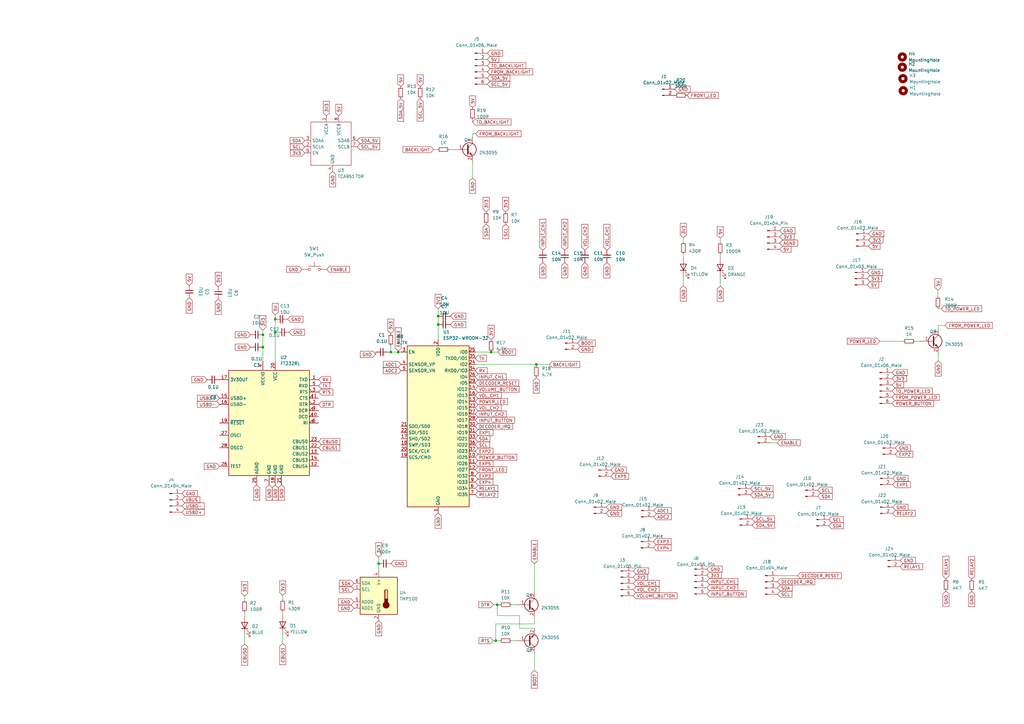
<source format=kicad_sch>
(kicad_sch (version 20231120) (generator "eeschema") (generator_version "8.0")
  (paper "A3")
  (junction (at 203.327 262.763))
  (junction (at 201.422 144.399))
  (junction (at 112.903 136.271))
  (junction (at 112.903 130.937))
  (junction (at 179.705 129.667))
  (junction (at 107.823 137.287))
  (junction (at 160.274 144.399))
  (junction (at 155.321 231.14))
  (junction (at 163.322 144.399))
  (junction (at 219.964 149.479))
  (junction (at 179.705 133.096))
  (junction (at 107.823 142.367))
  (junction (at 203.962 248.031))
  (wire (pts (xy 115.951 263.906) (xy 115.951 260.096)))
  (wire (pts (xy 213.106 257.683) (xy 213.106 252.476)))
  (wire (pts (xy 160.274 144.399) (xy 163.322 144.399)))
  (wire (pts (xy 179.705 126.619) (xy 179.705 129.667)))
  (wire (pts (xy 155.321 228.473) (xy 155.321 231.14)))
  (wire (pts (xy 113.538 136.271) (xy 112.903 136.271)))
  (wire (pts (xy 100.33 246.126) (xy 100.33 244.475)))
  (wire (pts (xy 193.802 50.038) (xy 193.802 49.149)))
  (wire (pts (xy 384.81 145.034) (xy 384.81 147.955)))
  (wire (pts (xy 384.683 118.999) (xy 384.683 121.539)))
  (wire (pts (xy 107.823 137.287) (xy 107.823 142.367)))
  (wire (pts (xy 219.964 149.86) (xy 219.964 149.479)))
  (wire (pts (xy 115.951 252.476) (xy 115.951 250.952)))
  (wire (pts (xy 225.298 149.479) (xy 219.964 149.479)))
  (wire (pts (xy 193.802 66.421) (xy 193.802 73.025)))
  (wire (pts (xy 100.33 264.16) (xy 100.33 260.35)))
  (wire (pts (xy 280.289 99.187) (xy 280.289 97.536)))
  (wire (pts (xy 100.33 252.73) (xy 100.33 251.206)))
  (wire (pts (xy 203.327 255.905) (xy 219.202 255.905)))
  (wire (pts (xy 219.202 231.14) (xy 219.202 242.951)))
  (wire (pts (xy 155.321 231.14) (xy 155.321 234.188)))
  (wire (pts (xy 384.81 133.477) (xy 384.81 134.874)))
  (wire (pts (xy 203.962 248.031) (xy 204.851 248.031)))
  (wire (pts (xy 209.931 248.031) (xy 211.582 248.031)))
  (wire (pts (xy 107.823 135.382) (xy 107.823 137.287)))
  (wire (pts (xy 193.802 56.261) (xy 193.802 54.864)))
  (wire (pts (xy 203.962 248.031) (xy 203.962 252.476)))
  (wire (pts (xy 159.131 144.399) (xy 160.274 144.399)))
  (wire (pts (xy 115.951 245.872) (xy 115.951 244.221)))
  (wire (pts (xy 219.964 149.479) (xy 194.945 149.479)))
  (wire (pts (xy 179.705 133.096) (xy 179.705 139.319)))
  (wire (pts (xy 219.202 253.111) (xy 219.202 255.905)))
  (wire (pts (xy 160.274 141.859) (xy 160.274 144.399)))
  (wire (pts (xy 203.327 262.763) (xy 204.851 262.763)))
  (wire (pts (xy 193.802 54.864) (xy 195.072 54.864)))
  (wire (pts (xy 112.903 136.271) (xy 112.903 148.082)))
  (wire (pts (xy 202.311 262.763) (xy 203.327 262.763)))
  (wire (pts (xy 315.849 181.61) (xy 318.77 181.61)))
  (wire (pts (xy 154.051 145.288) (xy 154.051 144.399)))
  (wire (pts (xy 295.402 105.918) (xy 295.402 104.394)))
  (wire (pts (xy 203.327 255.905) (xy 203.327 262.763)))
  (wire (pts (xy 280.289 105.791) (xy 280.289 104.267)))
  (wire (pts (xy 295.402 117.348) (xy 295.402 113.538)))
  (wire (pts (xy 201.422 144.399) (xy 194.945 144.399)))
  (wire (pts (xy 177.8 61.341) (xy 179.324 61.341)))
  (wire (pts (xy 384.81 133.477) (xy 387.604 133.477)))
  (wire (pts (xy 375.412 139.954) (xy 377.19 139.954)))
  (wire (pts (xy 280.289 117.221) (xy 280.289 113.411)))
  (wire (pts (xy 202.311 248.031) (xy 203.962 248.031)))
  (wire (pts (xy 107.823 142.367) (xy 107.823 148.082)))
  (wire (pts (xy 386.08 126.619) (xy 384.683 126.619)))
  (wire (pts (xy 179.705 129.667) (xy 179.705 133.096)))
  (wire (pts (xy 112.903 130.937) (xy 112.903 136.271)))
  (wire (pts (xy 112.903 129.159) (xy 112.903 130.937)))
  (wire (pts (xy 219.202 267.843) (xy 219.202 274.955)))
  (wire (pts (xy 318.897 236.093) (xy 327.152 236.093)))
  (wire (pts (xy 295.402 99.314) (xy 295.402 97.663)))
  (wire (pts (xy 204.216 144.399) (xy 201.422 144.399)))
  (wire (pts (xy 203.962 252.476) (xy 213.106 252.476)))
  (wire (pts (xy 184.404 61.341) (xy 186.182 61.341)))
  (wire (pts (xy 163.322 143.891) (xy 163.322 144.399)))
  (wire (pts (xy 163.322 144.399) (xy 164.465 144.399)))
  (wire (pts (xy 219.202 257.683) (xy 213.106 257.683)))
  (wire (pts (xy 360.807 139.954) (xy 370.332 139.954)))
  (wire (pts (xy 209.931 262.763) (xy 211.582 262.763)))
  (global_label "VOL_CH1" (shape input) (at 248.92 102.616 90) (property "Intersheetrefs" "${INTERSHEET_REFS}" (effects (hide yes))))
  (global_label "TO_BACKLIGHT" (shape input) (at 199.898 26.924 0) (property "Intersheetrefs" "${INTERSHEET_REFS}" (effects (hide yes))))
  (global_label "GND" (shape input) (at 105.283 198.882 270) (property "Intersheetrefs" "${INTERSHEET_REFS}" (effects (hide yes))))
  (global_label "3V3" (shape input) (at 133.858 47.498 90) (property "Intersheetrefs" "${INTERSHEET_REFS}" (effects (hide yes))))
  (global_label "SDA" (shape input) (at 318.897 241.173 0) (property "Intersheetrefs" "${INTERSHEET_REFS}" (effects (hide yes))))
  (global_label "INPUT_CH1" (shape input) (at 194.945 154.559 0) (property "Intersheetrefs" "${INTERSHEET_REFS}" (effects (hide yes))))
  (global_label "GND" (shape input) (at 387.985 242.443 270) (property "Intersheetrefs" "${INTERSHEET_REFS}" (effects (hide yes))))
  (global_label "SDA_5V" (shape input) (at 146.558 57.658 0) (property "Intersheetrefs" "${INTERSHEET_REFS}" (effects (hide yes))))
  (global_label "5V" (shape input) (at 164.338 35.433 90) (property "Intersheetrefs" "${INTERSHEET_REFS}" (effects (hide yes))))
  (global_label "3V3" (shape input) (at 259.715 236.728 0) (property "Intersheetrefs" "${INTERSHEET_REFS}" (effects (hide yes))))
  (global_label "ADC2" (shape input) (at 164.465 152.019 180) (property "Intersheetrefs" "${INTERSHEET_REFS}" (effects (hide yes))))
  (global_label "GND" (shape input) (at 236.855 143.256 0) (property "Intersheetrefs" "${INTERSHEET_REFS}" (effects (hide yes))))
  (global_label "GND" (shape input) (at 366.141 208.026 0) (property "Intersheetrefs" "${INTERSHEET_REFS}" (effects (hide yes))))
  (global_label "ADC2" (shape input) (at 268.097 211.963 0) (property "Intersheetrefs" "${INTERSHEET_REFS}" (effects (hide yes))))
  (global_label "USBD+" (shape input) (at 74.676 210.058 0) (property "Intersheetrefs" "${INTERSHEET_REFS}" (effects (hide yes))))
  (global_label "VOL_CH1" (shape input) (at 194.945 162.179 0) (property "Intersheetrefs" "${INTERSHEET_REFS}" (effects (hide yes))))
  (global_label "5V" (shape input) (at 172.339 35.433 90) (property "Intersheetrefs" "${INTERSHEET_REFS}" (effects (hide yes))))
  (global_label "DTR" (shape input) (at 202.311 248.031 180) (property "Intersheetrefs" "${INTERSHEET_REFS}" (effects (hide yes))))
  (global_label "5V" (shape input) (at 365.887 157.861 0) (property "Intersheetrefs" "${INTERSHEET_REFS}" (effects (hide yes))))
  (global_label "GND" (shape input) (at 248.666 210.566 0) (property "Intersheetrefs" "${INTERSHEET_REFS}" (effects (hide yes))))
  (global_label "DECODER_IRQ" (shape input) (at 194.945 174.879 0) (property "Intersheetrefs" "${INTERSHEET_REFS}" (effects (hide yes))))
  (global_label "CBUS1" (shape input) (at 130.683 183.642 0) (property "Intersheetrefs" "${INTERSHEET_REFS}" (effects (hide yes))))
  (global_label "SDA" (shape input) (at 335.407 203.581 0) (property "Intersheetrefs" "${INTERSHEET_REFS}" (effects (hide yes))))
  (global_label "3V3" (shape input) (at 365.887 155.321 0) (property "Intersheetrefs" "${INTERSHEET_REFS}" (effects (hide yes))))
  (global_label "RX" (shape input) (at 130.683 155.702 0) (property "Intersheetrefs" "${INTERSHEET_REFS}" (effects (hide yes))))
  (global_label "3V3" (shape input) (at 107.823 135.382 90) (property "Intersheetrefs" "${INTERSHEET_REFS}" (effects (hide yes))))
  (global_label "BOOT" (shape input) (at 204.216 144.399 0) (property "Intersheetrefs" "${INTERSHEET_REFS}" (effects (hide yes))))
  (global_label "3V3" (shape input) (at 124.968 62.738 180) (property "Intersheetrefs" "${INTERSHEET_REFS}" (effects (hide yes))))
  (global_label "RX" (shape input) (at 194.945 152.019 0) (property "Intersheetrefs" "${INTERSHEET_REFS}" (effects (hide yes))))
  (global_label "EXP1" (shape input) (at 194.945 177.419 0) (property "Intersheetrefs" "${INTERSHEET_REFS}" (effects (hide yes))))
  (global_label "GND" (shape input) (at 117.983 130.937 0) (property "Intersheetrefs" "${INTERSHEET_REFS}" (effects (hide yes))))
  (global_label "GND" (shape input) (at 259.715 234.188 0) (property "Intersheetrefs" "${INTERSHEET_REFS}" (effects (hide yes))))
  (global_label "SDA" (shape input) (at 199.39 91.948 270) (property "Intersheetrefs" "${INTERSHEET_REFS}" (effects (hide yes))))
  (global_label "VBUS" (shape input) (at 74.676 204.978 0) (property "Intersheetrefs" "${INTERSHEET_REFS}" (effects (hide yes))))
  (global_label "RTS" (shape input) (at 202.311 262.763 180) (property "Intersheetrefs" "${INTERSHEET_REFS}" (effects (hide yes))))
  (global_label "BOOT" (shape input) (at 236.855 140.716 0) (property "Intersheetrefs" "${INTERSHEET_REFS}" (effects (hide yes))))
  (global_label "GND" (shape input) (at 199.898 21.844 0) (property "Intersheetrefs" "${INTERSHEET_REFS}" (effects (hide yes))))
  (global_label "GND" (shape input) (at 90.043 191.262 180) (property "Intersheetrefs" "${INTERSHEET_REFS}" (effects (hide yes))))
  (global_label "EXP2" (shape input) (at 194.945 185.039 0) (property "Intersheetrefs" "${INTERSHEET_REFS}" (effects (hide yes))))
  (global_label "INPUT_CH2" (shape input) (at 231.648 102.616 90) (property "Intersheetrefs" "${INTERSHEET_REFS}" (effects (hide yes))))
  (global_label "GND" (shape input) (at 77.597 122.174 270) (property "Intersheetrefs" "${INTERSHEET_REFS}" (effects (hide yes))))
  (global_label "INPUT_CH1" (shape input) (at 289.941 238.506 0) (property "Intersheetrefs" "${INTERSHEET_REFS}" (effects (hide yes))))
  (global_label "5V" (shape input) (at 199.898 24.384 0) (property "Intersheetrefs" "${INTERSHEET_REFS}" (effects (hide yes))))
  (global_label "3V3" (shape input) (at 89.535 117.602 90) (property "Intersheetrefs" "${INTERSHEET_REFS}" (effects (hide yes))))
  (global_label "3V3" (shape input) (at 356.235 98.425 0) (property "Intersheetrefs" "${INTERSHEET_REFS}" (effects (hide yes))))
  (global_label "GND" (shape input) (at 222.631 107.696 270) (property "Intersheetrefs" "${INTERSHEET_REFS}" (effects (hide yes))))
  (global_label "GND" (shape input) (at 89.535 122.682 270) (property "Intersheetrefs" "${INTERSHEET_REFS}" (effects (hide yes))))
  (global_label "ENABLE" (shape input) (at 219.202 231.14 90) (property "Intersheetrefs" "${INTERSHEET_REFS}" (effects (hide yes))))
  (global_label "EXP5" (shape input) (at 250.571 195.326 0) (property "Intersheetrefs" "${INTERSHEET_REFS}" (effects (hide yes))))
  (global_label "TO_BACKLIGHT" (shape input) (at 193.802 50.038 0) (property "Intersheetrefs" "${INTERSHEET_REFS}" (effects (hide yes))))
  (global_label "SCL" (shape input) (at 339.979 213.106 0) (property "Intersheetrefs" "${INTERSHEET_REFS}" (effects (hide yes))))
  (global_label "EXP1" (shape input) (at 366.141 198.755 0) (property "Intersheetrefs" "${INTERSHEET_REFS}" (effects (hide yes))))
  (global_label "5V" (shape input) (at 77.597 117.094 90) (property "Intersheetrefs" "${INTERSHEET_REFS}" (effects (hide yes))))
  (global_label "5V" (shape input) (at 112.903 129.159 90) (property "Intersheetrefs" "${INTERSHEET_REFS}" (effects (hide yes))))
  (global_label "RELAY1" (shape input) (at 194.945 200.279 0) (property "Intersheetrefs" "${INTERSHEET_REFS}" (effects (hide yes))))
  (global_label "RTS" (shape input) (at 130.683 160.782 0) (property "Intersheetrefs" "${INTERSHEET_REFS}" (effects (hide yes))))
  (global_label "3V3" (shape input) (at 179.705 126.619 90) (property "Intersheetrefs" "${INTERSHEET_REFS}" (effects (hide yes))))
  (global_label "DECODER_IRQ" (shape input) (at 318.897 238.633 0) (property "Intersheetrefs" "${INTERSHEET_REFS}" (effects (hide yes))))
  (global_label "3V3" (shape input) (at 115.951 244.221 90) (property "Intersheetrefs" "${INTERSHEET_REFS}" (effects (hide yes))))
  (global_label "GND" (shape input) (at 365.887 152.781 0) (property "Intersheetrefs" "${INTERSHEET_REFS}" (effects (hide yes))))
  (global_label "GND" (shape input) (at 154.051 145.288 180) (property "Intersheetrefs" "${INTERSHEET_REFS}" (effects (hide yes))))
  (global_label "TX" (shape input) (at 130.683 158.242 0) (property "Intersheetrefs" "${INTERSHEET_REFS}" (effects (hide yes))))
  (global_label "SDA_5V" (shape input) (at 307.848 202.946 0) (property "Intersheetrefs" "${INTERSHEET_REFS}" (effects (hide yes))))
  (global_label "FRONT_LED" (shape input) (at 194.945 192.659 0) (property "Intersheetrefs" "${INTERSHEET_REFS}" (effects (hide yes))))
  (global_label "DECODER_RESET" (shape input) (at 194.945 157.099 0) (property "Intersheetrefs" "${INTERSHEET_REFS}" (effects (hide yes))))
  (global_label "SDA_5V" (shape input) (at 164.338 40.513 270) (property "Intersheetrefs" "${INTERSHEET_REFS}" (effects (hide yes))))
  (global_label "CBUS1" (shape input) (at 115.951 263.906 270) (property "Intersheetrefs" "${INTERSHEET_REFS}" (effects (hide yes))))
  (global_label "GND" (shape input) (at 184.785 133.096 0) (property "Intersheetrefs" "${INTERSHEET_REFS}" (effects (hide yes))))
  (global_label "GND" (shape input) (at 74.676 202.438 0) (property "Intersheetrefs" "${INTERSHEET_REFS}" (effects (hide yes))))
  (global_label "RELAY2" (shape input) (at 398.526 237.49 90) (property "Intersheetrefs" "${INTERSHEET_REFS}" (effects (hide yes))))
  (global_label "FROM_POWER_LED" (shape input) (at 365.887 162.941 0) (property "Intersheetrefs" "${INTERSHEET_REFS}" (effects (hide yes))))
  (global_label "SCL" (shape input) (at 335.407 201.041 0) (property "Intersheetrefs" "${INTERSHEET_REFS}" (effects (hide yes))))
  (global_label "SCL" (shape input) (at 124.968 60.198 180) (property "Intersheetrefs" "${INTERSHEET_REFS}" (effects (hide yes))))
  (global_label "GND" (shape input) (at 110.363 198.882 270) (property "Intersheetrefs" "${INTERSHEET_REFS}" (effects (hide yes))))
  (global_label "GND" (shape input) (at 369.189 229.87 0) (property "Intersheetrefs" "${INTERSHEET_REFS}" (effects (hide yes))))
  (global_label "FRONT_LED" (shape input) (at 281.813 39.116 0) (property "Intersheetrefs" "${INTERSHEET_REFS}" (effects (hide yes))))
  (global_label "VOLUME_BUTTON" (shape input) (at 259.715 244.348 0) (property "Intersheetrefs" "${INTERSHEET_REFS}" (effects (hide yes))))
  (global_label "TO_POWER_LED" (shape input) (at 365.887 160.401 0) (property "Intersheetrefs" "${INTERSHEET_REFS}" (effects (hide yes))))
  (global_label "SCL_5V" (shape input) (at 146.558 60.198 0) (property "Intersheetrefs" "${INTERSHEET_REFS}" (effects (hide yes))))
  (global_label "GND" (shape input) (at 184.785 129.667 0) (property "Intersheetrefs" "${INTERSHEET_REFS}" (effects (hide yes))))
  (global_label "VOL_CH2" (shape input) (at 259.715 241.808 0) (property "Intersheetrefs" "${INTERSHEET_REFS}" (effects (hide yes))))
  (global_label "POWER_BUTTON" (shape input) (at 365.887 165.481 0) (property "Intersheetrefs" "${INTERSHEET_REFS}" (effects (hide yes))))
  (global_label "GND" (shape input) (at 289.941 233.426 0) (property "Intersheetrefs" "${INTERSHEET_REFS}" (effects (hide yes))))
  (global_label "INPUT_CH2" (shape input) (at 289.941 241.046 0) (property "Intersheetrefs" "${INTERSHEET_REFS}" (effects (hide yes))))
  (global_label "GND" (shape input) (at 112.903 198.882 270) (property "Intersheetrefs" "${INTERSHEET_REFS}" (effects (hide yes))))
  (global_label "GND" (shape input) (at 367.157 183.769 0) (property "Intersheetrefs" "${INTERSHEET_REFS}" (effects (hide yes))))
  (global_label "5V" (shape input) (at 355.727 116.84 0) (property "Intersheetrefs" "${INTERSHEET_REFS}" (effects (hide yes))))
  (global_label "SDA" (shape input) (at 194.945 179.959 0) (property "Intersheetrefs" "${INTERSHEET_REFS}" (effects (hide yes))))
  (global_label "GND" (shape input) (at 280.289 117.221 270) (property "Intersheetrefs" "${INTERSHEET_REFS}" (effects (hide yes))))
  (global_label "SCL" (shape input) (at 318.897 243.713 0) (property "Intersheetrefs" "${INTERSHEET_REFS}" (effects (hide yes))))
  (global_label "RELAY1" (shape input) (at 369.189 232.41 0) (property "Intersheetrefs" "${INTERSHEET_REFS}" (effects (hide yes))))
  (global_label "SDA" (shape input) (at 124.968 57.658 180) (property "Intersheetrefs" "${INTERSHEET_REFS}" (effects (hide yes))))
  (global_label "FROM_POWER_LED" (shape input) (at 387.604 133.477 0) (property "Intersheetrefs" "${INTERSHEET_REFS}" (effects (hide yes))))
  (global_label "5V" (shape input) (at 193.802 44.069 90) (property "Intersheetrefs" "${INTERSHEET_REFS}" (effects (hide yes))))
  (global_label "GND" (shape input) (at 145.161 246.888 180) (property "Intersheetrefs" "${INTERSHEET_REFS}" (effects (hide yes))))
  (global_label "BACKLIGHT" (shape input) (at 225.298 149.479 0) (property "Intersheetrefs" "${INTERSHEET_REFS}" (effects (hide yes))))
  (global_label "EXP3" (shape input) (at 267.97 222.123 0) (property "Intersheetrefs" "${INTERSHEET_REFS}" (effects (hide yes))))
  (global_label "GND" (shape input) (at 145.161 249.428 180) (property "Intersheetrefs" "${INTERSHEET_REFS}" (effects (hide yes))))
  (global_label "EXP2" (shape input) (at 367.157 186.309 0) (property "Intersheetrefs" "${INTERSHEET_REFS}" (effects (hide yes))))
  (global_label "GND" (shape input) (at 319.786 94.615 0) (property "Intersheetrefs" "${INTERSHEET_REFS}" (effects (hide yes))))
  (global_label "RELAY2" (shape input) (at 366.141 210.566 0) (property "Intersheetrefs" "${INTERSHEET_REFS}" (effects (hide yes))))
  (global_label "EXP4" (shape input) (at 267.97 224.663 0) (property "Intersheetrefs" "${INTERSHEET_REFS}" (effects (hide yes))))
  (global_label "SCL_5V" (shape input) (at 172.339 40.513 270) (property "Intersheetrefs" "${INTERSHEET_REFS}" (effects (hide yes))))
  (global_label "VOL_CH2" (shape input) (at 239.903 102.616 90) (property "Intersheetrefs" "${INTERSHEET_REFS}" (effects (hide yes))))
  (global_label "SCL" (shape input) (at 207.391 91.948 270) (property "Intersheetrefs" "${INTERSHEET_REFS}" (effects (hide yes))))
  (global_label "TO_POWER_LED" (shape input) (at 386.08 126.619 0) (property "Intersheetrefs" "${INTERSHEET_REFS}" (effects (hide yes))))
  (global_label "5V" (shape input) (at 319.786 102.235 0) (property "Intersheetrefs" "${INTERSHEET_REFS}" (effects (hide yes))))
  (global_label "GND" (shape input) (at 118.618 136.271 0) (property "Intersheetrefs" "${INTERSHEET_REFS}" (effects (hide yes))))
  (global_label "RELAY1" (shape input) (at 387.985 237.363 90) (property "Intersheetrefs" "${INTERSHEET_REFS}" (effects (hide yes))))
  (global_label "ADC1" (shape input) (at 268.097 209.423 0) (property "Intersheetrefs" "${INTERSHEET_REFS}" (effects (hide yes))))
  (global_label "3V3" (shape input) (at 201.422 139.319 90) (property "Intersheetrefs" "${INTERSHEET_REFS}" (effects (hide yes))))
  (global_label "GND" (shape input) (at 219.964 154.94 270) (property "Intersheetrefs" "${INTERSHEET_REFS}" (effects (hide yes))))
  (global_label "GND" (shape input) (at 102.743 137.287 180) (property "Intersheetrefs" "${INTERSHEET_REFS}" (effects (hide yes))))
  (global_label "3V3" (shape input) (at 100.33 244.475 90) (property "Intersheetrefs" "${INTERSHEET_REFS}" (effects (hide yes))))
  (global_label "INPUT_BUTTON" (shape input) (at 289.941 243.586 0) (property "Intersheetrefs" "${INTERSHEET_REFS}" (effects (hide yes))))
  (global_label "DECODER_RESET" (shape input) (at 327.152 236.093 0) (property "Intersheetrefs" "${INTERSHEET_REFS}" (effects (hide yes))))
  (global_label "GND" (shape input) (at 250.571 192.786 0) (property "Intersheetrefs" "${INTERSHEET_REFS}" (effects (hide yes))))
  (global_label "3V3" (shape input) (at 207.391 86.868 90) (property "Intersheetrefs" "${INTERSHEET_REFS}" (effects (hide yes))))
  (global_label "3V3" (shape input) (at 319.786 97.155 0) (property "Intersheetrefs" "${INTERSHEET_REFS}" (effects (hide yes))))
  (global_label "BACKLIGHT" (shape input) (at 177.8 61.341 180) (property "Intersheetrefs" "${INTERSHEET_REFS}" (effects (hide yes))))
  (global_label "BOOT" (shape input) (at 219.202 274.955 270) (property "Intersheetrefs" "${INTERSHEET_REFS}" (effects (hide yes))))
  (global_label "GND" (shape input) (at 248.666 208.026 0) (property "Intersheetrefs" "${INTERSHEET_REFS}" (effects (hide yes))))
  (global_label "TX" (shape input) (at 194.945 146.939 0) (property "Intersheetrefs" "${INTERSHEET_REFS}" (effects (hide yes))))
  (global_label "GND" (shape input) (at 366.141 196.215 0) (property "Intersheetrefs" "${INTERSHEET_REFS}" (effects (hide yes))))
  (global_label "EXP5" (shape input) (at 194.945 190.119 0) (property "Intersheetrefs" "${INTERSHEET_REFS}" (effects (hide yes))))
  (global_label "GND" (shape input) (at 160.401 231.14 0) (property "Intersheetrefs" "${INTERSHEET_REFS}" (effects (hide yes))))
  (global_label "GND" (shape input) (at 248.92 107.696 270) (property "Intersheetrefs" "${INTERSHEET_REFS}" (effects (hide yes))))
  (global_label "GND" (shape input) (at 84.963 155.702 180) (property "Intersheetrefs" "${INTERSHEET_REFS}" (effects (hide yes))))
  (global_label "ENABLE" (shape input) (at 163.322 143.891 90) (property "Intersheetrefs" "${INTERSHEET_REFS}" (effects (hide yes))))
  (global_label "POWER_LED" (shape input) (at 194.945 164.719 0) (property "Intersheetrefs" "${INTERSHEET_REFS}" (effects (hide yes))))
  (global_label "3V3" (shape input) (at 155.321 228.473 90) (property "Intersheetrefs" "${INTERSHEET_REFS}" (effects (hide yes))))
  (global_label "SDA" (shape input) (at 339.979 215.646 0) (property "Intersheetrefs" "${INTERSHEET_REFS}" (effects (hide yes))))
  (global_label "GND" (shape input) (at 155.321 254.508 270) (property "Intersheetrefs" "${INTERSHEET_REFS}" (effects (hide yes))))
  (global_label "SCL_5V" (shape input) (at 199.898 34.544 0) (property "Intersheetrefs" "${INTERSHEET_REFS}" (effects (hide yes))))
  (global_label "GND" (shape input) (at 355.727 111.76 0) (property "Intersheetrefs" "${INTERSHEET_REFS}" (effects (hide yes))))
  (global_label "CBUS0" (shape input) (at 130.683 181.102 0) (property "Intersheetrefs" "${INTERSHEET_REFS}" (effects (hide yes))))
  (global_label "FROM_BACKLIGHT" (shape input) (at 195.072 54.864 0) (property "Intersheetrefs" "${INTERSHEET_REFS}" (effects (hide yes))))
  (global_label "GND" (shape input) (at 398.526 242.57 270) (property "Intersheetrefs" "${INTERSHEET_REFS}" (effects (hide yes))))
  (global_label "GND" (shape input) (at 136.398 70.358 270) (property "Intersheetrefs" "${INTERSHEET_REFS}" (effects (hide yes))))
  (global_label "GND" (shape input) (at 315.849 179.07 0) (property "Intersheetrefs" "${INTERSHEET_REFS}" (effects (hide yes))))
  (global_label "SCL_5V" (shape input) (at 307.848 200.406 0) (property "Intersheetrefs" "${INTERSHEET_REFS}" (effects (hide yes))))
  (global_label "RELAY2" (shape input) (at 194.945 202.819 0) (property "Intersheetrefs" "${INTERSHEET_REFS}" (effects (hide yes))))
  (global_label "DTR" (shape input) (at 130.683 165.862 0) (property "Intersheetrefs" "${INTERSHEET_REFS}" (effects (hide yes))))
  (global_label "SDA_5V" (shape input) (at 199.898 32.004 0) (property "Intersheetrefs" "${INTERSHEET_REFS}" (effects (hide yes))))
  (global_label "SDA" (shape input) (at 145.161 239.268 180) (property "Intersheetrefs" "${INTERSHEET_REFS}" (effects (hide yes))))
  (global_label "GND" (shape input) (at 193.802 73.025 270) (property "Intersheetrefs" "${INTERSHEET_REFS}" (effects (hide yes))))
  (global_label "POWER_BUTTON" (shape input) (at 194.945 187.579 0) (property "Intersheetrefs" "${INTERSHEET_REFS}" (effects (hide yes))))
  (global_label "VOLUME_BUTTON" (shape input) (at 194.945 159.639 0) (property "Intersheetrefs" "${INTERSHEET_REFS}" (effects (hide yes))))
  (global_label "SDA_5V" (shape input) (at 308.483 215.392 0) (property "Intersheetrefs" "${INTERSHEET_REFS}" (effects (hide yes))))
  (global_label "EXP3" (shape input) (at 194.945 195.199 0) (property "Intersheetrefs" "${INTERSHEET_REFS}" (effects (hide yes))))
  (global_label "GND" (shape input) (at 276.733 36.576 0) (property "Intersheetrefs" "${INTERSHEET_REFS}" (effects (hide yes))))
  (global_label "CBUS0" (shape input) (at 100.33 264.16 270) (property "Intersheetrefs" "${INTERSHEET_REFS}" (effects (hide yes))))
  (global_label "ENABLE" (shape input) (at 318.77 181.61 0) (property "Intersheetrefs" "${INTERSHEET_REFS}" (effects (hide yes))))
  (global_label "SCL" (shape input) (at 194.945 182.499 0) (property "Intersheetrefs" "${INTERSHEET_REFS}" (effects (hide yes))))
  (global_label "GND" (shape input) (at 115.443 198.882 270) (property "Intersheetrefs" "${INTERSHEET_REFS}" (effects (hide yes))))
  (global_label "AGND" (shape input) (at 319.786 99.695 0) (property "Intersheetrefs" "${INTERSHEET_REFS}" (effects (hide yes))))
  (global_label "INPUT_CH2" (shape input) (at 194.945 169.799 0) (property "Intersheetrefs" "${INTERSHEET_REFS}" (effects (hide yes))))
  (global_label "3V3" (shape input) (at 199.39 86.868 90) (property "Intersheetrefs" "${INTERSHEET_REFS}" (effects (hide yes))))
  (global_label "3V3" (shape input) (at 160.274 136.779 90) (property "Intersheetrefs" "${INTERSHEET_REFS}" (effects (hide yes))))
  (global_label "POWER_LED" (shape input) (at 360.807 139.954 180) (property "Intersheetrefs" "${INTERSHEET_REFS}" (effects (hide yes))))
  (global_label "GND" (shape input) (at 295.402 117.348 270) (property "Intersheetrefs" "${INTERSHEET_REFS}" (effects (hide yes))))
  (global_label "3V3" (shape input) (at 289.941 235.966 0) (property "Intersheetrefs" "${INTERSHEET_REFS}" (effects (hide yes))))
  (global_label "3V3" (shape input) (at 280.289 97.536 90) (property "Intersheetrefs" "${INTERSHEET_REFS}" (effects (hide yes))))
  (global_label "GND" (shape input) (at 102.743 142.367 180) (property "Intersheetrefs" "${INTERSHEET_REFS}" (effects (hide yes))))
  (global_label "VOL_CH1" (shape input) (at 259.715 239.268 0) (property "Intersheetrefs" "${INTERSHEET_REFS}" (effects (hide yes))))
  (global_label "ENABLE" (shape input) (at 133.985 110.49 0) (property "Intersheetrefs" "${INTERSHEET_REFS}" (effects (hide yes))))
  (global_label "EXP4" (shape input) (at 194.945 197.739 0) (property "Intersheetrefs" "${INTERSHEET_REFS}" (effects (hide yes))))
  (global_label "SCL_5V" (shape input) (at 308.483 212.852 0) (property "Intersheetrefs" "${INTERSHEET_REFS}" (effects (hide yes))))
  (global_label "5V" (shape input) (at 138.938 47.498 90) (property "Intersheetrefs" "${INTERSHEET_REFS}" (effects (hide yes))))
  (global_label "5V" (shape input) (at 384.683 118.999 90) (property "Intersheetrefs" "${INTERSHEET_REFS}" (effects (hide yes))))
  (global_label "USBD-" (shape input) (at 90.043 165.862 180) (property "Intersheetrefs" "${INTERSHEET_REFS}" (effects (hide yes))))
  (global_label "GND" (shape input) (at 239.903 107.696 270) (property "Intersheetrefs" "${INTERSHEET_REFS}" (effects (hide yes))))
  (global_label "GND" (shape input) (at 384.81 147.955 270) (property "Intersheetrefs" "${INTERSHEET_REFS}" (effects (hide yes))))
  (global_label "5V" (shape input) (at 295.402 97.663 90) (property "Intersheetrefs" "${INTERSHEET_REFS}" (effects (hide yes))))
  (global_label "GND" (shape input) (at 123.825 110.49 180) (property "Intersheetrefs" "${INTERSHEET_REFS}" (effects (hide yes))))
  (global_label "GND" (shape input) (at 179.705 210.439 270) (property "Intersheetrefs" "${INTERSHEET_REFS}" (effects (hide yes))))
  (global_label "GND" (shape input) (at 356.235 95.885 0) (property "Intersheetrefs" "${INTERSHEET_REFS}" (effects (hide yes))))
  (global_label "SCL" (shape input) (at 145.161 241.808 180) (property "Intersheetrefs" "${INTERSHEET_REFS}" (effects (hide yes))))
  (global_label "USBD-" (shape input) (at 74.676 207.518 0) (property "Intersheetrefs" "${INTERSHEET_REFS}" (effects (hide yes))))
  (global_label "FROM_BACKLIGHT" (shape input) (at 199.898 29.464 0) (property "Intersheetrefs" "${INTERSHEET_REFS}" (effects (hide yes))))
  (global_label "5V" (shape input) (at 356.235 100.965 0) (property "Intersheetrefs" "${INTERSHEET_REFS}" (effects (hide yes))))
  (global_label "3V3" (shape input) (at 355.727 114.3 0) (property "Intersheetrefs" "${INTERSHEET_REFS}" (effects (hide yes))))
  (global_label "ADC1" (shape input) (at 164.465 149.479 180) (property "Intersheetrefs" "${INTERSHEET_REFS}" (effects (hide yes))))
  (global_label "GND" (shape input) (at 231.648 107.696 270) (property "Intersheetrefs" "${INTERSHEET_REFS}" (effects (hide yes))))
  (global_label "USBD+" (shape input) (at 90.043 163.322 180) (property "Intersheetrefs" "${INTERSHEET_REFS}" (effects (hide yes))))
  (global_label "INPUT_BUTTON" (shape input) (at 194.945 172.339 0) (property "Intersheetrefs" "${INTERSHEET_REFS}" (effects (hide yes))))
  (global_label "INPUT_CH1" (shape input) (at 222.631 102.616 90) (property "Intersheetrefs" "${INTERSHEET_REFS}" (effects (hide yes))))
  (global_label "VOL_CH2" (shape input) (at 194.945 167.259 0) (property "Intersheetrefs" "${INTERSHEET_REFS}" (effects (hide yes))))
  (symbol (lib_id "Connector:Conn_01x02_Male") (at 364.109 229.87 0) (unit 1)
    (property "Reference" "J24" (at 364.744 225.044 0))
    (property "Value" "Conn_01x02_Male" (at 364.744 227.584 0))
    (property "Footprint" "Connector_JST:JST_PH_B2B-PH-K_1x02_P2.00mm_Vertical" (effects (hide yes)))
  )
  (symbol (lib_id "Device:LED") (at 115.951 256.286 90) (unit 1)
    (property "Reference" "D1" (at 118.872 256.6034 90) (effects (justify right)))
    (property "Value" "YELLOW" (at 118.872 259.1434 90) (effects (justify right)))
    (property "Footprint" "LED_SMD:LED_0805_2012Metric_Pad1.15x1.40mm_HandSolder" (effects (hide yes)))
    (property "LCSC" "XL-1608UBC-04" (effects (hide yes)))
  )
  (symbol (lib_id "Connector:Conn_01x05_Pin") (at 254.635 239.268 0) (unit 1)
    (property "Reference" "J3" (at 255.27 229.743 0))
    (property "Value" "Conn_01x05_Pin" (at 255.27 232.283 0))
    (property "Footprint" "Connector_JST:JST_PH_B5B-PH-K_1x05_P2.00mm_Vertical" (effects (hide yes)))
  )
  (symbol (lib_id "Mechanical:MountingHole") (at 370.332 32.258 0) (unit 1)
    (property "Reference" "H3" (at 372.872 30.9879 0) (effects (justify left)))
    (property "Value" "MountingHole" (at 372.872 33.5279 0) (effects (justify left)))
    (property "Footprint" "MountingHole:MountingHole_3.2mm_M3" (effects (hide yes)))
  )
  (symbol (lib_id "Transistor_BJT:2N3055") (at 216.662 248.031 0) (unit 1)
    (property "Reference" "Q1" (at 215.773 244.094 0) (effects (justify left)))
    (property "Value" "2N3055" (at 221.869 249.3009 0) (effects (justify left)))
    (property "Footprint" "Package_TO_SOT_SMD:TSOT-23" (effects (hide yes)))
    (property "Datasheet" "http://www.onsemi.com/pub_link/Collateral/2N3055-D.PDF" (effects (hide yes)))
  )
  (symbol (lib_id "RF_Module:ESP32-WROOM-32") (at 179.705 174.879 0) (unit 1)
    (property "Reference" "U1" (at 181.7244 136.144 0) (effects (justify left)))
    (property "Value" "ESP32-WROOM-32" (at 181.7244 138.684 0) (effects (justify left)))
    (property "Footprint" "Espressif:ESP32-WROOM-32UE" (effects (hide yes)))
    (property "Datasheet" "https://www.espressif.com/sites/default/files/documentation/esp32-wroom-32_datasheet_en.pdf" (effects (hide yes)))
  )
  (symbol (lib_id "Device:R_Small") (at 201.422 141.859 0) (unit 1)
    (property "Reference" "R17" (at 203.454 140.5889 0) (effects (justify left)))
    (property "Value" "4.7K" (at 203.454 143.1289 0) (effects (justify left)))
    (property "Footprint" "Resistor_SMD:R_0603_1608Metric_Pad0.98x0.95mm_HandSolder" (effects (hide yes)))
  )
  (symbol (lib_id "Connector:Conn_01x06_Male") (at 194.818 26.924 0) (unit 1)
    (property "Reference" "J5" (at 195.453 16.002 0))
    (property "Value" "Conn_01x06_Male" (at 195.453 18.542 0))
    (property "Footprint" "Connector_JST:JST_PH_B6B-PH-K_1x06_P2.00mm_Vertical" (effects (hide yes)))
  )
  (symbol (lib_id "Device:R_Small") (at 100.33 248.666 0) (unit 1)
    (property "Reference" "R2" (at 102.489 247.3959 0) (effects (justify left)))
    (property "Value" "100R" (at 102.489 249.9359 0) (effects (justify left)))
    (property "Footprint" "Resistor_SMD:R_0603_1608Metric_Pad0.98x0.95mm_HandSolder" (effects (hide yes)))
  )
  (symbol (lib_id "Connector:Conn_01x02_Male") (at 302.768 200.406 0) (unit 1)
    (property "Reference" "J14" (at 303.403 195.58 0))
    (property "Value" "Conn_01x02_Male" (at 303.403 198.12 0))
    (property "Footprint" "Connector_JST:JST_PH_B2B-PH-K_1x02_P2.00mm_Vertical" (effects (hide yes)))
  )
  (symbol (lib_id "Device:R_Small") (at 199.39 89.408 0) (unit 1)
    (property "Reference" "R9" (at 201.93 86.8679 0) (effects (justify left)))
    (property "Value" "10K" (at 201.93 89.4079 0) (effects (justify left)))
    (property "Footprint" "Resistor_SMD:R_0603_1608Metric_Pad0.98x0.95mm_HandSolder" (effects (hide yes)))
  )
  (symbol (lib_id "Connector:Conn_01x02_Male") (at 310.769 179.07 0) (unit 1)
    (property "Reference" "J23" (at 311.404 174.244 0))
    (property "Value" "Conn_01x02_Male" (at 311.404 176.784 0))
    (property "Footprint" "Connector_JST:JST_PH_B2B-PH-K_1x02_P2.00mm_Vertical" (effects (hide yes)))
  )
  (symbol (lib_id "Device:R_Small") (at 295.402 101.854 0) (unit 1)
    (property "Reference" "R3" (at 297.561 100.5839 0) (effects (justify left)))
    (property "Value" "1000R" (at 297.561 103.1239 0) (effects (justify left)))
    (property "Footprint" "Resistor_SMD:R_0603_1608Metric_Pad0.98x0.95mm_HandSolder" (effects (hide yes)))
  )
  (symbol (lib_id "Interface_USB:FT232RL") (at 110.363 173.482 0) (unit 1)
    (property "Reference" "U2" (at 114.9224 146.558 0) (effects (justify left)))
    (property "Value" "FT232RL" (at 114.9224 149.098 0) (effects (justify left)))
    (property "Footprint" "Package_SO:SSOP-28_5.3x10.2mm_P0.65mm" (effects (hide yes)))
    (property "Datasheet" "https://www.ftdichip.com/Support/Documents/DataSheets/ICs/DS_FT232R.pdf" (effects (hide yes)))
  )
  (symbol (lib_id "Device:R_Small") (at 172.339 37.973 0) (unit 1)
    (property "Reference" "R12" (at 174.498 36.7029 0) (effects (justify left)))
    (property "Value" "10K" (at 174.498 39.2429 0) (effects (justify left)))
    (property "Footprint" "Resistor_SMD:R_0603_1608Metric_Pad0.98x0.95mm_HandSolder" (effects (hide yes)))
  )
  (symbol (lib_id "Device:R_Small") (at 115.951 248.412 0) (unit 1)
    (property "Reference" "R1" (at 118.11 247.1419 0) (effects (justify left)))
    (property "Value" "430R" (at 118.11 249.6819 0) (effects (justify left)))
    (property "Footprint" "Resistor_SMD:R_0603_1608Metric_Pad0.98x0.95mm_HandSolder" (effects (hide yes)))
  )
  (symbol (lib_id "Connector:Conn_01x02_Male") (at 330.327 201.041 0) (unit 1)
    (property "Reference" "J10" (at 330.962 196.215 0))
    (property "Value" "Conn_01x02_Male" (at 330.962 198.755 0))
    (property "Footprint" "Connector_JST:JST_PH_B2B-PH-K_1x02_P2.00mm_Vertical" (effects (hide yes)))
  )
  (symbol (lib_id "Device:C_Small") (at 77.597 119.634 0) (unit 1)
    (property "Reference" "C5" (at 84.963 119.6403 90))
    (property "Value" "10U" (at 82.423 119.6403 90))
    (property "Footprint" "Capacitor_SMD:C_1206_3216Metric_Pad1.33x1.80mm_HandSolder" (effects (hide yes)))
  )
  (symbol (lib_id "Device:R_Small") (at 219.964 152.4 0) (unit 1)
    (property "Reference" "R18" (at 222.123 151.1299 0) (effects (justify left)))
    (property "Value" "4.7K" (at 222.123 153.6699 0) (effects (justify left)))
    (property "Footprint" "Resistor_SMD:R_0603_1608Metric_Pad0.98x0.95mm_HandSolder" (effects (hide yes)))
  )
  (symbol (lib_id "Device:C_Small") (at 231.648 105.156 180) (unit 1)
    (property "Reference" "C15" (at 235.2277 103.8795 0) (effects (justify right)))
    (property "Value" "10N" (at 235.2277 106.4195 0) (effects (justify right)))
    (property "Footprint" "Capacitor_SMD:C_0603_1608Metric_Pad1.08x0.95mm_HandSolder" (effects (hide yes)))
  )
  (symbol (lib_id "Mechanical:MountingHole") (at 370.459 37.211 0) (unit 1)
    (property "Reference" "H1" (at 372.999 35.9409 0) (effects (justify left)))
    (property "Value" "MountingHole" (at 372.999 38.4809 0) (effects (justify left)))
    (property "Footprint" "MountingHole:MountingHole_3.2mm_M3" (effects (hide yes)))
  )
  (symbol (lib_id "Connector:Conn_01x02_Male") (at 303.403 212.852 0) (unit 1)
    (property "Reference" "J13" (at 304.038 208.026 0))
    (property "Value" "Conn_01x02_Male" (at 304.038 210.566 0))
    (property "Footprint" "Connector_JST:JST_PH_B2B-PH-K_1x02_P2.00mm_Vertical" (effects (hide yes)))
  )
  (symbol (lib_id "Device:C_Small") (at 239.903 105.156 180) (unit 1)
    (property "Reference" "C11" (at 243.4827 103.8795 0) (effects (justify right)))
    (property "Value" "10N" (at 243.4827 106.4195 0) (effects (justify right)))
    (property "Footprint" "Capacitor_SMD:C_0603_1608Metric_Pad1.08x0.95mm_HandSolder" (effects (hide yes)))
  )
  (symbol (lib_id "Connector:Conn_01x02_Male") (at 231.775 140.716 0) (unit 1)
    (property "Reference" "J11" (at 232.41 135.89 0))
    (property "Value" "Conn_01x02_Male" (at 232.41 138.43 0))
    (property "Footprint" "Connector_PinHeader_2.54mm:PinHeader_1x02_P2.54mm_Vertical" (effects (hide yes)))
  )
  (symbol (lib_id "Device:R_Small") (at 387.985 239.903 180) (unit 1)
    (property "Reference" "R6" (at 390.652 238.633 0) (effects (justify right)))
    (property "Value" "4K7" (at 390.652 241.173 0) (effects (justify right)))
    (property "Footprint" "Resistor_SMD:R_0603_1608Metric_Pad0.98x0.95mm_HandSolder" (effects (hide yes)))
  )
  (symbol (lib_id "Connector:Conn_01x03_Male") (at 350.647 114.3 0) (unit 1)
    (property "Reference" "J17" (at 351.282 106.807 0))
    (property "Value" "Conn_01x03_Male" (at 351.282 109.347 0))
    (property "Footprint" "Connector_PinHeader_2.54mm:PinHeader_1x03_P2.54mm_Vertical" (effects (hide yes)))
  )
  (symbol (lib_id "Device:C_Small") (at 105.283 142.367 270) (unit 1)
    (property "Reference" "C3" (at 105.2767 149.733 90))
    (property "Value" "0.1U" (at 105.2767 147.193 90))
    (property "Footprint" "Capacitor_SMD:C_0805_2012Metric_Pad1.18x1.45mm_HandSolder" (effects (hide yes)))
  )
  (symbol (lib_id "Transistor_BJT:2N3055") (at 216.662 262.763 0) (mirror x) (unit 1)
    (property "Reference" "Q2" (at 215.773 266.7 0) (effects (justify left)))
    (property "Value" "2N3055" (at 221.869 261.4931 0) (effects (justify left)))
    (property "Footprint" "Package_TO_SOT_SMD:TSOT-23" (effects (hide yes)))
    (property "Datasheet" "http://www.onsemi.com/pub_link/Collateral/2N3055-D.PDF" (effects (hide yes)))
  )
  (symbol (lib_id "Connector:Conn_01x03_Male") (at 351.155 98.425 0) (unit 1)
    (property "Reference" "J16" (at 351.79 90.932 0))
    (property "Value" "Conn_01x03_Male" (at 351.79 93.472 0))
    (property "Footprint" "Connector_PinHeader_2.54mm:PinHeader_1x03_P2.54mm_Vertical" (effects (hide yes)))
  )
  (symbol (lib_id "Connector:Conn_01x02_Male") (at 263.017 209.423 0) (unit 1)
    (property "Reference" "J15" (at 263.652 204.597 0))
    (property "Value" "Conn_01x02_Male" (at 263.652 207.137 0))
    (property "Footprint" "Connector_PinHeader_2.54mm:PinHeader_1x02_P2.54mm_Vertical" (effects (hide yes)))
  )
  (symbol (lib_id "Device:C_Small") (at 105.283 137.287 270) (unit 1)
    (property "Reference" "C2" (at 105.2766 129.921 90))
    (property "Value" "10U" (at 105.2766 132.461 90))
    (property "Footprint" "Capacitor_SMD:C_1206_3216Metric_Pad1.33x1.80mm_HandSolder" (effects (hide yes)))
  )
  (symbol (lib_id "Device:LED") (at 280.289 109.601 90) (unit 1)
    (property "Reference" "D4" (at 283.21 109.9184 90) (effects (justify right)))
    (property "Value" "YELLOW" (at 283.21 112.4584 90) (effects (justify right)))
    (property "Footprint" "LED_SMD:LED_0805_2012Metric_Pad1.15x1.40mm_HandSolder" (effects (hide yes)))
    (property "LCSC" "NCD0603R1" (effects (hide yes)))
  )
  (symbol (lib_id "Connector:Conn_01x02_Male") (at 361.061 208.026 0) (unit 1)
    (property "Reference" "J22" (at 361.696 203.2 0))
    (property "Value" "Conn_01x02_Male" (at 361.696 205.74 0))
    (property "Footprint" "Connector_JST:JST_PH_B2B-PH-K_1x02_P2.00mm_Vertical" (effects (hide yes)))
  )
  (symbol (lib_id "Connector:Conn_01x04_Male") (at 313.817 238.633 0) (unit 1)
    (property "Reference" "J18" (at 314.452 230.378 0))
    (property "Value" "Conn_01x04_Male" (at 314.452 232.918 0))
    (property "Footprint" "Connector_JST:JST_PH_B4B-PH-K_1x04_P2.00mm_Vertical" (effects (hide yes)))
  )
  (symbol (lib_id "Device:R_Small") (at 193.802 46.609 180) (unit 1)
    (property "Reference" "R19" (at 195.453 45.3389 0) (effects (justify right)))
    (property "Value" "100R" (at 195.453 47.8789 0) (effects (justify right)))
    (property "Footprint" "Resistor_SMD:R_0603_1608Metric_Pad0.98x0.95mm_HandSolder" (effects (hide yes)))
  )
  (symbol (lib_id "Connector:Conn_01x04_Male") (at 69.596 204.978 0) (unit 1)
    (property "Reference" "J4" (at 70.231 196.723 0))
    (property "Value" "Conn_01x04_Male" (at 70.231 199.263 0))
    (property "Footprint" "Connector_JST:JST_PH_B4B-PH-K_1x04_P2.00mm_Vertical" (effects (hide yes)))
  )
  (symbol (lib_id "Device:R_Small") (at 384.683 124.079 180) (unit 1)
    (property "Reference" "R14" (at 387.35 122.8089 0) (effects (justify right)))
    (property "Value" "700R" (at 387.35 125.3489 0) (effects (justify right)))
    (property "Footprint" "Resistor_SMD:R_0603_1608Metric_Pad0.98x0.95mm_HandSolder" (effects (hide yes)))
  )
  (symbol (lib_id "Connector:Conn_01x04_Pin") (at 314.706 97.155 0) (unit 1)
    (property "Reference" "J19" (at 315.341 89.027 0))
    (property "Value" "Conn_01x04_Pin" (at 315.341 91.567 0))
    (property "Footprint" "Connector_JST:JST_XH_B4B-XH-A_1x04_P2.50mm_Vertical" (effects (hide yes)))
  )
  (symbol (lib_id "Device:C_Small") (at 156.591 144.399 90) (unit 1)
    (property "Reference" "C1" (at 156.5973 137.414 90))
    (property "Value" "0.1U" (at 156.5973 139.954 90))
    (property "Footprint" "Capacitor_SMD:C_0805_2012Metric_Pad1.18x1.45mm_HandSolder" (effects (hide yes)))
  )
  (symbol (lib_id "Device:C_Small") (at 248.92 105.156 180) (unit 1)
    (property "Reference" "C10" (at 252.4997 103.8795 0) (effects (justify right)))
    (property "Value" "10N" (at 252.4997 106.4195 0) (effects (justify right)))
    (property "Footprint" "Capacitor_SMD:C_0603_1608Metric_Pad1.08x0.95mm_HandSolder" (effects (hide yes)))
  )
  (symbol (lib_id "Device:C_Small") (at 222.631 105.156 180) (unit 1)
    (property "Reference" "C14" (at 226.2107 103.8795 0) (effects (justify right)))
    (property "Value" "10N" (at 226.2107 106.4195 0) (effects (justify right)))
    (property "Footprint" "Capacitor_SMD:C_0603_1608Metric_Pad1.08x0.95mm_HandSolder" (effects (hide yes)))
  )
  (symbol (lib_id "Mechanical:MountingHole") (at 370.078 27.559 0) (unit 1)
    (property "Reference" "H2" (at 372.618 26.2889 0) (effects (justify left)))
    (property "Value" "MountingHole" (at 372.618 28.8289 0) (effects (justify left)))
    (property "Footprint" "MountingHole:MountingHole_3.2mm_M3" (effects (hide yes)))
  )
  (symbol (lib_id "Switch:SW_Push") (at 128.905 110.49 0) (unit 1)
    (property "Reference" "SW1" (at 128.905 101.981 0))
    (property "Value" "SW_Push" (at 128.905 104.521 0))
    (property "Footprint" "Components:Button Aliexpress 4x4" (effects (hide yes)))
  )
  (symbol (lib_id "Connector:Conn_01x02_Male") (at 271.653 36.576 0) (unit 1)
    (property "Reference" "J1" (at 272.288 31.369 0))
    (property "Value" "Conn_01x02_Male" (at 272.288 33.909 0))
    (property "Footprint" "Connector_JST:JST_PH_B2B-PH-K_1x02_P2.00mm_Vertical" (effects (hide yes)))
  )
  (symbol (lib_id "Transistor_BJT:2N3055") (at 191.262 61.341 0) (unit 1)
    (property "Reference" "Q4" (at 190.373 57.404 0) (effects (justify left)))
    (property "Value" "2N3055" (at 196.469 62.6109 0) (effects (justify left)))
    (property "Footprint" "Package_TO_SOT_SMD:TSOT-23" (effects (hide yes)))
    (property "Datasheet" "http://www.onsemi.com/pub_link/Collateral/2N3055-D.PDF" (effects (hide yes)))
  )
  (symbol (lib_id "Device:R_Small") (at 207.391 89.408 0) (unit 1)
    (property "Reference" "R7" (at 209.55 88.1379 0) (effects (justify left)))
    (property "Value" "10K" (at 209.55 90.6779 0) (effects (justify left)))
    (property "Footprint" "Resistor_SMD:R_0603_1608Metric_Pad0.98x0.95mm_HandSolder" (effects (hide yes)))
  )
  (symbol (lib_id "Device:R_Small") (at 207.391 248.031 90) (unit 1)
    (property "Reference" "R11" (at 207.391 242.697 90))
    (property "Value" "10K" (at 207.391 245.237 90))
    (property "Footprint" "Resistor_SMD:R_0603_1608Metric_Pad0.98x0.95mm_HandSolder" (effects (hide yes)))
  )
  (symbol (lib_id "Device:C_Small") (at 116.078 136.271 90) (unit 1)
    (property "Reference" "C12" (at 112.522 135.001 90))
    (property "Value" "0.1U" (at 112.522 137.541 90))
    (property "Footprint" "Capacitor_SMD:C_0805_2012Metric_Pad1.18x1.45mm_HandSolder" (effects (hide yes)))
  )
  (symbol (lib_id "Mechanical:MountingHole") (at 370.078 23.368 0) (unit 1)
    (property "Reference" "H4" (at 372.618 22.0979 0) (effects (justify left)))
    (property "Value" "MountingHole" (at 372.618 24.6379 0) (effects (justify left)))
    (property "Footprint" "MountingHole:MountingHole_3.2mm_M3" (effects (hide yes)))
  )
  (symbol (lib_id "Connector:Conn_01x05_Pin") (at 284.861 238.506 0) (unit 1)
    (property "Reference" "J6" (at 285.496 228.981 0))
    (property "Value" "Conn_01x05_Pin" (at 285.496 231.521 0))
    (property "Footprint" "Connector_JST:JST_PH_B5B-PH-K_1x05_P2.00mm_Vertical" (effects (hide yes)))
  )
  (symbol (lib_id "Device:R_Small") (at 398.526 240.03 180) (unit 1)
    (property "Reference" "R5" (at 401.193 238.76 0) (effects (justify right)))
    (property "Value" "4K7" (at 401.193 241.3 0) (effects (justify right)))
    (property "Footprint" "Resistor_SMD:R_0603_1608Metric_Pad0.98x0.95mm_HandSolder" (effects (hide yes)))
  )
  (symbol (lib_id "Interface_LineDriver:TCA9517DR") (at 136.398 67.818 0) (unit 1)
    (property "Reference" "U3" (at 138.4174 69.85 0) (effects (justify left)))
    (property "Value" "TCA9517DR" (at 138.4174 72.39 0) (effects (justify left)))
    (property "Footprint" "Package_SO:SOIC-8_3.9x4.9mm_P1.27mm" (effects (hide yes)))
  )
  (symbol (lib_id "Sensor_Temperature:TMP100") (at 155.321 244.348 0) (unit 1)
    (property "Reference" "U4" (at 163.83 243.0779 0) (effects (justify left)))
    (property "Value" "TMP100" (at 163.83 245.6179 0) (effects (justify left)))
    (property "Footprint" "Package_TO_SOT_SMD:SOT-23-6" (effects (hide yes)))
    (property "Datasheet" "http://www.ti.com/lit/gpn/tmp100" (effects (hide yes)))
  )
  (symbol (lib_id "Connector:Conn_01x02_Male") (at 243.586 208.026 0) (unit 1)
    (property "Reference" "J9" (at 244.221 203.2 0))
    (property "Value" "Conn_01x02_Male" (at 244.221 205.74 0))
    (property "Footprint" "Connector_PinHeader_2.54mm:PinHeader_1x02_P2.54mm_Vertical" (effects (hide yes)))
  )
  (symbol (lib_id "Device:R_Small") (at 280.289 101.727 0) (unit 1)
    (property "Reference" "R4" (at 282.448 100.4569 0) (effects (justify left)))
    (property "Value" "430R" (at 282.448 102.9969 0) (effects (justify left)))
    (property "Footprint" "Resistor_SMD:R_0603_1608Metric_Pad0.98x0.95mm_HandSolder" (effects (hide yes)))
  )
  (symbol (lib_id "Device:R_Small") (at 181.864 61.341 90) (unit 1)
    (property "Reference" "R16" (at 181.864 56.007 90))
    (property "Value" "1K" (at 181.864 58.547 90))
    (property "Footprint" "Resistor_SMD:R_0603_1608Metric_Pad0.98x0.95mm_HandSolder" (effects (hide yes)))
  )
  (symbol (lib_id "Device:C_Small") (at 157.861 231.14 90) (unit 1)
    (property "Reference" "C9" (at 157.8673 223.774 90))
    (property "Value" "100n" (at 157.8673 226.314 90))
    (property "Footprint" "Capacitor_SMD:C_0805_2012Metric_Pad1.18x1.45mm_HandSolder" (effects (hide yes)))
  )
  (symbol (lib_id "Device:C_Small") (at 182.245 129.667 90) (unit 1)
    (property "Reference" "C4" (at 182.2513 122.301 90))
    (property "Value" "10N" (at 182.2513 124.841 90))
    (property "Footprint" "Capacitor_SMD:C_0805_2012Metric_Pad1.18x1.45mm_HandSolder" (effects (hide yes)))
  )
  (symbol (lib_id "Connector:Conn_01x02_Male") (at 362.077 183.769 0) (unit 1)
    (property "Reference" "J20" (at 362.712 178.943 0))
    (property "Value" "Conn_01x02_Male" (at 362.712 181.483 0))
    (property "Footprint" "Connector_JST:JST_PH_B2B-PH-K_1x02_P2.00mm_Vertical" (effects (hide yes)))
  )
  (symbol (lib_id "Connector:Conn_01x02_Male") (at 245.491 192.786 0) (unit 1)
    (property "Reference" "J12" (at 246.126 187.96 0))
    (property "Value" "Conn_01x02_Male" (at 246.126 190.5 0))
    (property "Footprint" "Connector_PinHeader_2.54mm:PinHeader_1x02_P2.54mm_Vertical" (effects (hide yes)))
  )
  (symbol (lib_id "Transistor_BJT:2N3055") (at 382.27 139.954 0) (unit 1)
    (property "Reference" "Q3" (at 381.381 136.017 0) (effects (justify left)))
    (property "Value" "2N3055" (at 387.477 141.2239 0) (effects (justify left)))
    (property "Footprint" "Package_TO_SOT_SMD:TSOT-23" (effects (hide yes)))
    (property "Datasheet" "http://www.onsemi.com/pub_link/Collateral/2N3055-D.PDF" (effects (hide yes)))
  )
  (symbol (lib_id "Device:C_Small") (at 89.535 120.142 0) (unit 1)
    (property "Reference" "C6" (at 96.901 120.1483 90))
    (property "Value" "10U" (at 94.361 120.1483 90))
    (property "Footprint" "Capacitor_SMD:C_1206_3216Metric_Pad1.33x1.80mm_HandSolder" (effects (hide yes)))
  )
  (symbol (lib_id "Device:C_Small") (at 115.443 130.937 90) (unit 1)
    (property "Reference" "C13" (at 116.84 125.476 90))
    (property "Value" "10U" (at 116.84 128.016 90))
    (property "Footprint" "Capacitor_SMD:C_1206_3216Metric_Pad1.33x1.80mm_HandSolder" (effects (hide yes)))
  )
  (symbol (lib_id "Device:R_Small") (at 372.872 139.954 90) (unit 1)
    (property "Reference" "R15" (at 372.872 134.62 90))
    (property "Value" "1K" (at 372.872 137.16 90))
    (property "Footprint" "Resistor_SMD:R_0603_1608Metric_Pad0.98x0.95mm_HandSolder" (effects (hide yes)))
  )
  (symbol (lib_id "Connector:Conn_01x06_Male") (at 360.807 157.861 0) (unit 1)
    (property "Reference" "J2" (at 361.442 147.32 0))
    (property "Value" "Conn_01x06_Male" (at 361.442 149.86 0))
    (property "Footprint" "Connector_JST:JST_PH_B6B-PH-K_1x06_P2.00mm_Vertical" (effects (hide yes)))
  )
  (symbol (lib_id "Device:R_Small") (at 164.338 37.973 0) (unit 1)
    (property "Reference" "R13" (at 166.878 35.4329 0) (effects (justify left)))
    (property "Value" "10K" (at 166.878 37.9729 0) (effects (justify left)))
    (property "Footprint" "Resistor_SMD:R_0603_1608Metric_Pad0.98x0.95mm_HandSolder" (effects (hide yes)))
  )
  (symbol (lib_id "Connector:Conn_01x02_Male") (at 262.89 222.123 0) (unit 1)
    (property "Reference" "J8" (at 263.525 217.297 0))
    (property "Value" "Conn_01x02_Male" (at 263.525 219.837 0))
    (property "Footprint" "Connector_PinHeader_2.54mm:PinHeader_1x02_P2.54mm_Vertical" (effects (hide yes)))
  )
  (symbol (lib_id "Device:LED") (at 295.402 109.728 90) (unit 1)
    (property "Reference" "D3" (at 298.323 110.0454 90) (effects (justify right)))
    (property "Value" "ORANGE" (at 298.323 112.5854 90) (effects (justify right)))
    (property "Footprint" "LED_SMD:LED_0805_2012Metric_Pad1.15x1.40mm_HandSolder" (effects (hide yes)))
    (property "LCSC" "XL-1608UBC-04" (effects (hide yes)))
  )
  (symbol (lib_id "Device:LED") (at 100.33 256.54 90) (unit 1)
    (property "Reference" "D2" (at 103.251 256.8574 90) (effects (justify right)))
    (property "Value" "BLUE" (at 103.251 259.3974 90) (effects (justify right)))
    (property "Footprint" "LED_SMD:LED_0805_2012Metric_Pad1.15x1.40mm_HandSolder" (effects (hide yes)))
    (property "LCSC" "XL-1608UBC-04" (effects (hide yes)))
  )
  (symbol (lib_id "Device:C_Small") (at 182.245 133.096 90) (unit 1)
    (property "Reference" "C7" (at 182.2513 125.73 90))
    (property "Value" "10U" (at 182.2513 128.27 90))
    (property "Footprint" "Capacitor_SMD:C_1206_3216Metric_Pad1.33x1.80mm_HandSolder" (effects (hide yes)))
  )
  (symbol (lib_id "Connector:Conn_01x02_Male") (at 361.061 196.215 0) (unit 1)
    (property "Reference" "J21" (at 361.696 191.389 0))
    (property "Value" "Conn_01x02_Male" (at 361.696 193.929 0))
    (property "Footprint" "Connector_JST:JST_PH_B2B-PH-K_1x02_P2.00mm_Vertical" (effects (hide yes)))
  )
  (symbol (lib_id "Device:R_Small") (at 160.274 139.319 0) (unit 1)
    (property "Reference" "R8" (at 162.814 138.0489 0) (effects (justify left)))
    (property "Value" "4.7K" (at 162.814 140.5889 0) (effects (justify left)))
    (property "Footprint" "Resistor_SMD:R_0603_1608Metric_Pad0.98x0.95mm_HandSolder" (effects (hide yes)))
  )
  (symbol (lib_id "Device:R_Small") (at 279.273 39.116 90) (unit 1)
    (property "Reference" "R20" (at 279.273 32.893 90))
    (property "Value" "300R" (at 279.273 35.433 90))
    (property "Footprint" "Resistor_SMD:R_0603_1608Metric_Pad0.98x0.95mm_HandSolder" (effects (hide yes)))
  )
  (symbol (lib_id "Device:R_Small") (at 207.391 262.763 90) (unit 1)
    (property "Reference" "R10" (at 207.391 257.429 90))
    (property "Value" "10K" (at 207.391 259.969 90))
    (property "Footprint" "Resistor_SMD:R_0603_1608Metric_Pad0.98x0.95mm_HandSolder" (effects (hide yes)))
  )
  (symbol (lib_id "Device:C_Small") (at 87.503 155.702 270) (unit 1)
    (property "Reference" "C8" (at 87.4967 163.068 90))
    (property "Value" "0.1U" (at 87.503 158.75 90))
    (property "Footprint" "Capacitor_SMD:C_0805_2012Metric_Pad1.18x1.45mm_HandSolder" (effects (hide yes)))
  )
  (symbol (lib_id "Connector:Conn_01x02_Male") (at 334.899 213.106 0) (unit 1)
    (property "Reference" "J7" (at 335.534 208.28 0))
    (property "Value" "Conn_01x02_Male" (at 335.534 210.82 0))
    (property "Footprint" "Connector_JST:JST_PH_B2B-PH-K_1x02_P2.00mm_Vertical" (effects (hide yes)))
  )
)
</source>
